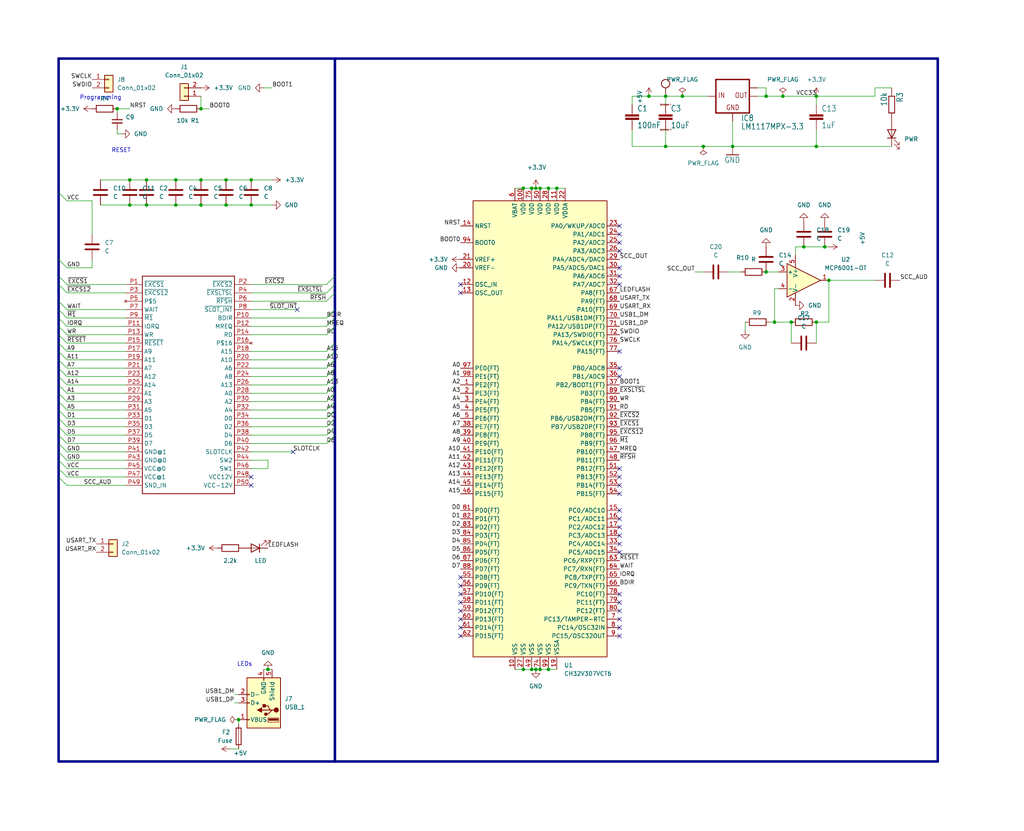
<source format=kicad_sch>
(kicad_sch (version 20250114) (generator "eeschema") (generator_version "9.0")
  (paper "User" 310.667 252.222)
  (text "RESET" (at 33.782 46.482 0) (effects (font (size 1.27 1.27)) (justify left bottom)))
  (text "Programming\n" (at 24.13 30.48 0) (effects (font (size 1.27 1.27)) (justify left bottom)))
  (text "LEDs\n" (at 71.882 202.438 0) (effects (font (size 1.27 1.27)) (justify left bottom)))
  (junction (at 158.75 203.2))
  (junction (at 168.91 57.15))
  (junction (at 166.37 203.2))
  (junction (at 232.41 29.21))
  (junction (at 213.36 44.45))
  (junction (at 163.83 57.15))
  (junction (at 163.83 203.2))
  (junction (at 72.39 218.44))
  (junction (at 207.01 29.21))
  (junction (at 237.49 29.21))
  (junction (at 44.45 54.61))
  (junction (at 35.56 33.02))
  (junction (at 158.75 57.15))
  (junction (at 240.03 97.79))
  (junction (at 76.2 54.61))
  (junction (at 222.25 44.45))
  (junction (at 250.19 74.93))
  (junction (at 60.96 62.23))
  (junction (at 60.96 54.61))
  (junction (at 53.34 62.23))
  (junction (at 81.28 203.2))
  (junction (at 247.65 97.79))
  (junction (at 60.96 33.02))
  (junction (at 39.37 54.61))
  (junction (at 247.65 29.21))
  (junction (at 44.45 62.23))
  (junction (at 247.65 44.45))
  (junction (at 201.93 44.45))
  (junction (at 232.41 82.55))
  (junction (at 39.37 62.23))
  (junction (at 161.29 203.2))
  (junction (at 234.95 97.79))
  (junction (at 162.56 57.15))
  (junction (at 243.84 74.93))
  (junction (at 68.58 62.23))
  (junction (at 76.2 62.23))
  (junction (at 161.29 57.15))
  (junction (at 201.93 29.21))
  (junction (at 53.34 54.61))
  (junction (at 166.37 57.15))
  (junction (at 251.46 85.09))
  (junction (at 68.58 54.61))
  (junction (at 196.85 29.21))
  (junction (at 162.56 203.2))
  (no_connect (at 187.96 165.1))
  (no_connect (at 139.7 182.88))
  (no_connect (at 187.96 185.42))
  (no_connect (at 187.96 144.78))
  (no_connect (at 187.96 142.24))
  (no_connect (at 139.7 177.8))
  (no_connect (at 187.96 157.48))
  (no_connect (at 187.96 81.28))
  (no_connect (at 139.7 86.36))
  (no_connect (at 187.96 149.86))
  (no_connect (at 76.2 147.32))
  (no_connect (at 187.96 190.5))
  (no_connect (at 139.7 185.42))
  (no_connect (at 88.9 137.16))
  (no_connect (at 187.96 83.82))
  (no_connect (at 139.7 187.96))
  (no_connect (at 187.96 71.12))
  (no_connect (at 187.96 187.96))
  (no_connect (at 187.96 160.02))
  (no_connect (at 187.96 180.34))
  (no_connect (at 187.96 162.56))
  (no_connect (at 187.96 76.2))
  (no_connect (at 187.96 111.76))
  (no_connect (at 139.7 193.04))
  (no_connect (at 187.96 68.58))
  (no_connect (at 187.96 147.32))
  (no_connect (at 187.96 182.88))
  (no_connect (at 187.96 106.68))
  (no_connect (at 90.17 93.98))
  (no_connect (at 187.96 193.04))
  (no_connect (at 187.96 154.94))
  (no_connect (at 187.96 73.66))
  (no_connect (at 187.96 114.3))
  (no_connect (at 139.7 175.26))
  (no_connect (at 139.7 180.34))
  (no_connect (at 139.7 190.5))
  (no_connect (at 76.2 144.78))
  (no_connect (at 187.96 167.64))
  (no_connect (at 187.96 86.36))
  (no_connect (at 139.7 88.9))
  (bus_entry (at 20.32 99.06) (size -2.54 -2.54))
  (bus_entry (at 99.06 101.6) (size 2.54 -2.54))
  (bus_entry (at 20.32 101.6) (size -2.54 -2.54))
  (bus_entry (at 20.32 60.96) (size -2.54 -2.54))
  (bus_entry (at 20.32 121.92) (size -2.54 -2.54))
  (bus_entry (at 20.32 114.3) (size -2.54 -2.54))
  (bus_entry (at 99.06 106.68) (size 2.54 -2.54))
  (bus_entry (at 20.32 104.14) (size -2.54 -2.54))
  (bus_entry (at 20.32 137.16) (size -2.54 -2.54))
  (bus_entry (at 20.32 142.24) (size -2.54 -2.54))
  (bus_entry (at 99.06 114.3) (size 2.54 -2.54))
  (bus_entry (at 17.78 144.78) (size 2.54 2.54))
  (bus_entry (at 20.32 144.78) (size -2.54 -2.54))
  (bus_entry (at 99.06 111.76) (size 2.54 -2.54))
  (bus_entry (at 20.32 81.28) (size -2.54 -2.54))
  (bus_entry (at 99.06 127) (size 2.54 -2.54))
  (bus_entry (at 99.06 132.08) (size 2.54 -2.54))
  (bus_entry (at 99.06 124.46) (size 2.54 -2.54))
  (bus_entry (at 99.06 99.06) (size 2.54 -2.54))
  (bus_entry (at 99.06 109.22) (size 2.54 -2.54))
  (bus_entry (at 20.32 132.08) (size -2.54 -2.54))
  (bus_entry (at 17.78 91.44) (size 2.54 2.54))
  (bus_entry (at 20.32 134.62) (size -2.54 -2.54))
  (bus_entry (at 20.32 116.84) (size -2.54 -2.54))
  (bus_entry (at 17.78 86.36) (size 2.54 2.54))
  (bus_entry (at 17.78 83.82) (size 2.54 2.54))
  (bus_entry (at 99.06 134.62) (size 2.54 -2.54))
  (bus_entry (at 20.32 111.76) (size -2.54 -2.54))
  (bus_entry (at 20.32 96.52) (size -2.54 -2.54))
  (bus_entry (at 20.32 119.38) (size -2.54 -2.54))
  (bus_entry (at 99.06 88.9) (size 2.54 -2.54))
  (bus_entry (at 20.32 127) (size -2.54 -2.54))
  (bus_entry (at 99.06 129.54) (size 2.54 -2.54))
  (bus_entry (at 99.06 121.92) (size 2.54 -2.54))
  (bus_entry (at 99.06 91.44) (size 2.54 -2.54))
  (bus_entry (at 20.32 124.46) (size -2.54 -2.54))
  (bus_entry (at 20.32 109.22) (size -2.54 -2.54))
  (bus_entry (at 20.32 129.54) (size -2.54 -2.54))
  (bus_entry (at 99.06 86.36) (size 2.54 -2.54))
  (bus_entry (at 20.32 106.68) (size -2.54 -2.54))
  (bus_entry (at 99.06 96.52) (size 2.54 -2.54))
  (bus_entry (at 99.06 119.38) (size 2.54 -2.54))
  (bus_entry (at 99.06 116.84) (size 2.54 -2.54))
  (bus_entry (at 20.32 139.7) (size -2.54 -2.54))
  (bus (pts (xy 17.78 129.54) (xy 17.78 127)) (stroke (width 0.762)))
  (bus (pts (xy 101.6 231.14) (xy 17.78 231.14)) (stroke (width 0.762)))
  (wire (pts (xy 38.1 142.24) (xy 20.32 142.24)) (stroke (width 0.1524)))
  (wire (pts (xy 72.39 227.33) (xy 69.85 227.33)))
  (wire (pts (xy 163.83 203.2) (xy 166.37 203.2)))
  (wire (pts (xy 210.82 82.55) (xy 213.36 82.55)))
  (wire (pts (xy 196.85 29.21) (xy 201.93 29.21)) (stroke (width 0.1524)))
  (bus (pts (xy 17.78 86.36) (xy 17.78 91.44)) (stroke (width 0.762)))
  (bus (pts (xy 101.6 109.22) (xy 101.6 106.68)) (stroke (width 0.762)))
  (bus (pts (xy 101.6 124.46) (xy 101.6 121.92)) (stroke (width 0.762)))
  (wire (pts (xy 81.28 139.7) (xy 81.28 142.24)) (stroke (width 0.1524)))
  (wire (pts (xy 38.1 129.54) (xy 20.32 129.54)) (stroke (width 0.1524)))
  (wire (pts (xy 76.2 116.84) (xy 99.06 116.84)) (stroke (width 0.1524)))
  (wire (pts (xy 76.2 121.92) (xy 99.06 121.92)) (stroke (width 0.1524)))
  (wire (pts (xy 76.2 139.7) (xy 81.28 139.7)) (stroke (width 0.1524)))
  (wire (pts (xy 76.2 91.44) (xy 99.06 91.44)) (stroke (width 0.1524)))
  (wire (pts (xy 76.2 86.36) (xy 99.06 86.36)) (stroke (width 0.1524)))
  (bus (pts (xy 17.78 106.68) (xy 17.78 104.14)) (stroke (width 0.762)))
  (wire (pts (xy 38.1 127) (xy 20.32 127)) (stroke (width 0.1524)))
  (bus (pts (xy 17.78 139.7) (xy 17.78 137.16)) (stroke (width 0.762)))
  (wire (pts (xy 158.75 203.2) (xy 161.29 203.2)))
  (wire (pts (xy 201.93 44.45) (xy 191.77 44.45)) (stroke (width 0.1524)))
  (bus (pts (xy 101.6 17.78) (xy 101.6 83.82)) (stroke (width 0.762)))
  (wire (pts (xy 27.94 71.12) (xy 27.94 60.96)) (stroke (width 0.1524)))
  (wire (pts (xy 76.2 124.46) (xy 99.06 124.46)) (stroke (width 0.1524)))
  (wire (pts (xy 265.43 26.67) (xy 270.51 26.67)) (stroke (width 0.1524)))
  (wire (pts (xy 214.63 29.21) (xy 207.01 29.21)) (stroke (width 0.1524)))
  (wire (pts (xy 241.3 74.93) (xy 243.84 74.93)))
  (wire (pts (xy 76.2 134.62) (xy 99.06 134.62)) (stroke (width 0.1524)))
  (wire (pts (xy 168.91 57.15) (xy 171.45 57.15)))
  (wire (pts (xy 243.84 74.93) (xy 250.19 74.93)))
  (wire (pts (xy 20.32 147.32) (xy 38.1 147.32)) (stroke (width 0.1524)))
  (bus (pts (xy 101.6 129.54) (xy 101.6 127)) (stroke (width 0.762)))
  (wire (pts (xy 222.25 44.45) (xy 213.36 44.45)) (stroke (width 0.1524)))
  (wire (pts (xy 38.1 111.76) (xy 20.32 111.76)) (stroke (width 0.1524)))
  (wire (pts (xy 38.1 114.3) (xy 20.32 114.3)) (stroke (width 0.1524)))
  (bus (pts (xy 17.78 96.52) (xy 17.78 93.98)) (stroke (width 0.762)))
  (bus (pts (xy 101.6 104.14) (xy 101.6 99.06)) (stroke (width 0.762)))
  (wire (pts (xy 222.25 44.45) (xy 222.25 36.83)) (stroke (width 0.1524)))
  (wire (pts (xy 234.95 87.63) (xy 236.22 87.63)))
  (bus (pts (xy 17.78 83.82) (xy 17.78 86.36)) (stroke (width 0.762)))
  (wire (pts (xy 68.58 62.23) (xy 76.2 62.23)))
  (wire (pts (xy 156.21 203.2) (xy 158.75 203.2)))
  (wire (pts (xy 162.56 57.15) (xy 163.83 57.15)))
  (bus (pts (xy 101.6 132.08) (xy 101.6 129.54)) (stroke (width 0.762)))
  (wire (pts (xy 38.1 101.6) (xy 20.32 101.6)) (stroke (width 0.1524)))
  (bus (pts (xy 101.6 17.78) (xy 284.48 17.78)) (stroke (width 0.762)))
  (wire (pts (xy 38.1 137.16) (xy 20.32 137.16)) (stroke (width 0.1524)))
  (bus (pts (xy 101.6 127) (xy 101.6 124.46)) (stroke (width 0.762)))
  (wire (pts (xy 76.2 99.06) (xy 99.06 99.06)) (stroke (width 0.1524)))
  (wire (pts (xy 20.32 88.9) (xy 38.1 88.9)) (stroke (width 0.1524)))
  (wire (pts (xy 191.77 31.75) (xy 191.77 29.21)) (stroke (width 0.1524)))
  (wire (pts (xy 76.2 119.38) (xy 99.06 119.38)) (stroke (width 0.1524)))
  (wire (pts (xy 247.65 31.75) (xy 247.65 29.21)) (stroke (width 0.1524)))
  (wire (pts (xy 76.2 132.08) (xy 99.06 132.08)) (stroke (width 0.1524)))
  (wire (pts (xy 76.2 109.22) (xy 99.06 109.22)) (stroke (width 0.1524)))
  (wire (pts (xy 161.29 57.15) (xy 162.56 57.15)))
  (bus (pts (xy 17.78 114.3) (xy 17.78 111.76)) (stroke (width 0.762)))
  (wire (pts (xy 207.01 29.21) (xy 201.93 29.21)) (stroke (width 0.1524)))
  (wire (pts (xy 162.56 203.2) (xy 163.83 203.2)))
  (wire (pts (xy 38.1 139.7) (xy 20.32 139.7)) (stroke (width 0.1524)))
  (bus (pts (xy 17.78 104.14) (xy 17.78 101.6)) (stroke (width 0.762)))
  (wire (pts (xy 76.2 101.6) (xy 99.06 101.6)) (stroke (width 0.1524)))
  (wire (pts (xy 232.41 26.67) (xy 232.41 29.21)) (stroke (width 0.1524)))
  (wire (pts (xy 213.36 44.45) (xy 201.93 44.45)) (stroke (width 0.1524)))
  (wire (pts (xy 60.96 54.61) (xy 68.58 54.61)))
  (wire (pts (xy 76.2 93.98) (xy 90.17 93.98)) (stroke (width 0.1524)))
  (bus (pts (xy 17.78 116.84) (xy 17.78 114.3)) (stroke (width 0.762)))
  (wire (pts (xy 191.77 29.21) (xy 196.85 29.21)) (stroke (width 0.1524)))
  (wire (pts (xy 161.29 203.2) (xy 162.56 203.2)))
  (wire (pts (xy 68.58 54.61) (xy 76.2 54.61)))
  (wire (pts (xy 247.65 29.21) (xy 265.43 29.21)) (stroke (width 0.1524)))
  (wire (pts (xy 251.46 85.09) (xy 251.46 97.79)))
  (wire (pts (xy 237.49 29.21) (xy 247.65 29.21)) (stroke (width 0.1524)))
  (wire (pts (xy 38.1 109.22) (xy 20.32 109.22)) (stroke (width 0.1524)))
  (bus (pts (xy 17.78 101.6) (xy 17.78 99.06)) (stroke (width 0.762)))
  (wire (pts (xy 38.1 106.68) (xy 20.32 106.68)) (stroke (width 0.1524)))
  (wire (pts (xy 72.39 219.71) (xy 72.39 218.44)))
  (bus (pts (xy 17.78 142.24) (xy 17.78 144.78)) (stroke (width 0.762)))
  (wire (pts (xy 71.12 213.36) (xy 72.39 213.36)))
  (wire (pts (xy 166.37 203.2) (xy 168.91 203.2)))
  (bus (pts (xy 101.6 88.9) (xy 101.6 86.36)) (stroke (width 0.762)))
  (bus (pts (xy 101.6 114.3) (xy 101.6 111.76)) (stroke (width 0.762)))
  (wire (pts (xy 38.1 134.62) (xy 20.32 134.62)) (stroke (width 0.1524)))
  (wire (pts (xy 38.1 121.92) (xy 20.32 121.92)) (stroke (width 0.1524)))
  (wire (pts (xy 27.94 78.74) (xy 27.94 81.28)) (stroke (width 0.1524)))
  (wire (pts (xy 38.1 132.08) (xy 20.32 132.08)) (stroke (width 0.1524)))
  (wire (pts (xy 76.2 54.61) (xy 82.55 54.61)))
  (wire (pts (xy 76.2 111.76) (xy 99.06 111.76)) (stroke (width 0.1524)))
  (wire (pts (xy 76.2 137.16) (xy 88.9 137.16)))
  (bus (pts (xy 101.6 99.06) (xy 101.6 96.52)) (stroke (width 0.762)))
  (bus (pts (xy 17.78 134.62) (xy 17.78 132.08)) (stroke (width 0.762)))
  (wire (pts (xy 80.01 26.67) (xy 82.55 26.67)))
  (bus (pts (xy 17.78 121.92) (xy 17.78 119.38)) (stroke (width 0.762)))
  (bus (pts (xy 101.6 111.76) (xy 101.6 109.22)) (stroke (width 0.762)))
  (wire (pts (xy 20.32 93.98) (xy 38.1 93.98)) (stroke (width 0.1524)))
  (bus (pts (xy 101.6 116.84) (xy 101.6 114.3)) (stroke (width 0.762)))
  (wire (pts (xy 38.1 124.46) (xy 20.32 124.46)) (stroke (width 0.1524)))
  (wire (pts (xy 76.2 96.52) (xy 99.06 96.52)) (stroke (width 0.1524)))
  (wire (pts (xy 60.96 33.02) (xy 63.5 33.02)))
  (bus (pts (xy 17.78 78.74) (xy 17.78 58.42)) (stroke (width 0.762)))
  (bus (pts (xy 284.48 17.78) (xy 284.48 231.14)) (stroke (width 0.762)))
  (bus (pts (xy 101.6 119.38) (xy 101.6 116.84)) (stroke (width 0.762)))
  (wire (pts (xy 240.03 97.79) (xy 240.03 104.14)))
  (wire (pts (xy 76.2 114.3) (xy 99.06 114.3)) (stroke (width 0.1524)))
  (wire (pts (xy 241.3 74.93) (xy 241.3 77.47)))
  (bus (pts (xy 101.6 106.68) (xy 101.6 104.14)) (stroke (width 0.762)))
  (bus (pts (xy 17.78 58.42) (xy 17.78 17.78)) (stroke (width 0.762)))
  (wire (pts (xy 226.06 100.33) (xy 226.06 97.79)))
  (wire (pts (xy 44.45 54.61) (xy 53.34 54.61)))
  (wire (pts (xy 201.93 39.37) (xy 201.93 44.45)) (stroke (width 0.1524)))
  (wire (pts (xy 250.19 74.93) (xy 251.46 74.93)))
  (wire (pts (xy 201.93 29.21) (xy 201.93 31.75)) (stroke (width 0.1524)))
  (bus (pts (xy 17.78 137.16) (xy 17.78 134.62)) (stroke (width 0.762)))
  (wire (pts (xy 60.96 62.23) (xy 68.58 62.23)))
  (wire (pts (xy 35.56 39.37) (xy 35.56 40.64)))
  (wire (pts (xy 247.65 97.79) (xy 247.65 104.14)))
  (bus (pts (xy 101.6 231.14) (xy 284.48 231.14)) (stroke (width 0.762)))
  (wire (pts (xy 53.34 54.61) (xy 60.96 54.61)))
  (wire (pts (xy 222.25 44.45) (xy 247.65 44.45)) (stroke (width 0.1524)))
  (wire (pts (xy 265.43 29.21) (xy 265.43 26.67)) (stroke (width 0.1524)))
  (wire (pts (xy 76.2 127) (xy 99.06 127)) (stroke (width 0.1524)))
  (bus (pts (xy 17.78 17.78) (xy 101.6 17.78)) (stroke (width 0.762)))
  (wire (pts (xy 247.65 39.37) (xy 247.65 44.45)) (stroke (width 0.1524)))
  (wire (pts (xy 35.56 33.02) (xy 35.56 34.29)))
  (bus (pts (xy 17.78 127) (xy 17.78 124.46)) (stroke (width 0.762)))
  (wire (pts (xy 30.48 62.23) (xy 39.37 62.23)))
  (wire (pts (xy 81.28 142.24) (xy 76.2 142.24)) (stroke (width 0.1524)))
  (bus (pts (xy 17.78 78.74) (xy 17.78 83.82)) (stroke (width 0.762)))
  (wire (pts (xy 166.37 57.15) (xy 168.91 57.15)))
  (wire (pts (xy 81.28 203.2) (xy 80.01 203.2)))
  (bus (pts (xy 17.78 96.52) (xy 17.78 99.06)) (stroke (width 0.762)))
  (wire (pts (xy 38.1 116.84) (xy 20.32 116.84)) (stroke (width 0.1524)))
  (wire (pts (xy 38.1 99.06) (xy 20.32 99.06)) (stroke (width 0.1524)))
  (wire (pts (xy 158.75 57.15) (xy 161.29 57.15)))
  (bus (pts (xy 17.78 91.44) (xy 17.78 93.98)) (stroke (width 0.762)))
  (wire (pts (xy 251.46 85.09) (xy 265.43 85.09)))
  (wire (pts (xy 220.98 82.55) (xy 224.79 82.55)))
  (wire (pts (xy 251.46 97.79) (xy 247.65 97.79)))
  (wire (pts (xy 234.95 97.79) (xy 240.03 97.79)))
  (wire (pts (xy 76.2 129.54) (xy 99.06 129.54)) (stroke (width 0.1524)))
  (wire (pts (xy 76.2 62.23) (xy 82.55 62.23)))
  (wire (pts (xy 36.83 40.64) (xy 35.56 40.64)))
  (wire (pts (xy 191.77 44.45) (xy 191.77 39.37)) (stroke (width 0.1524)))
  (wire (pts (xy 163.83 57.15) (xy 166.37 57.15)))
  (wire (pts (xy 60.96 29.21) (xy 60.96 33.02)))
  (wire (pts (xy 156.21 57.15) (xy 158.75 57.15)))
  (bus (pts (xy 17.78 144.78) (xy 17.78 231.14)) (stroke (width 0.762)))
  (wire (pts (xy 247.65 44.45) (xy 270.51 44.45)) (stroke (width 0.1524)))
  (wire (pts (xy 44.45 62.23) (xy 53.34 62.23)))
  (wire (pts (xy 30.48 54.61) (xy 39.37 54.61)))
  (wire (pts (xy 20.32 86.36) (xy 38.1 86.36)))
  (bus (pts (xy 101.6 88.9) (xy 101.6 93.98)) (stroke (width 0.762)))
  (wire (pts (xy 35.56 33.02) (xy 39.37 33.02)))
  (wire (pts (xy 27.94 81.28) (xy 20.32 81.28)) (stroke (width 0.1524)))
  (bus (pts (xy 101.6 83.82) (xy 101.6 86.36)) (stroke (width 0.762)))
  (wire (pts (xy 71.12 210.82) (xy 72.39 210.82)))
  (wire (pts (xy 38.1 144.78) (xy 20.32 144.78)) (stroke (width 0.1524)))
  (wire (pts (xy 229.87 26.67) (xy 232.41 26.67)) (stroke (width 0.1524)))
  (wire (pts (xy 39.37 62.23) (xy 44.45 62.23)))
  (wire (pts (xy 38.1 96.52) (xy 20.32 96.52)) (stroke (width 0.1524)))
  (bus (pts (xy 17.78 132.08) (xy 17.78 129.54)) (stroke (width 0.762)))
  (wire (pts (xy 27.94 60.96) (xy 20.32 60.96)) (stroke (width 0.1524)))
  (wire (pts (xy 39.37 54.61) (xy 44.45 54.61)))
  (bus (pts (xy 101.6 132.08) (xy 101.6 231.14)) (stroke (width 0.762)))
  (wire (pts (xy 53.34 62.23) (xy 60.96 62.23)))
  (wire (pts (xy 234.95 97.79) (xy 234.95 87.63)))
  (wire (pts (xy 233.68 97.79) (xy 234.95 97.79)))
  (wire (pts (xy 232.41 82.55) (xy 236.22 82.55)))
  (bus (pts (xy 17.78 109.22) (xy 17.78 106.68)) (stroke (width 0.762)))
  (wire (pts (xy 76.2 88.9) (xy 99.06 88.9)) (stroke (width 0.1524)))
  (wire (pts (xy 76.2 106.68) (xy 99.06 106.68)) (stroke (width 0.1524)))
  (bus (pts (xy 101.6 96.52) (xy 101.6 93.98)) (stroke (width 0.762)))
  (wire (pts (xy 38.1 104.14) (xy 20.32 104.14)) (stroke (width 0.1524)))
  (wire (pts (xy 232.41 29.21) (xy 237.49 29.21)) (stroke (width 0.1524)))
  (wire (pts (xy 229.87 29.21) (xy 232.41 29.21)) (stroke (width 0.1524)))
  (wire (pts (xy 82.55 203.2) (xy 81.28 203.2)))
  (wire (pts (xy 38.1 119.38) (xy 20.32 119.38)) (stroke (width 0.1524)))
  (bus (pts (xy 17.78 124.46) (xy 17.78 121.92)) (stroke (width 0.762)))
  (bus (pts (xy 101.6 121.92) (xy 101.6 119.38)) (stroke (width 0.762)))
  (bus (pts (xy 17.78 119.38) (xy 17.78 116.84)) (stroke (width 0.762)))
  (bus (pts (xy 17.78 111.76) (xy 17.78 109.22)) (stroke (width 0.762)))
  (bus (pts (xy 17.78 142.24) (xy 17.78 139.7)) (stroke (width 0.762)))
  (label "A11" (at 139.7 139.7 180))
  (label "IORQ" (at 187.96 175.26 0) (effects (font (size 1.2446 1.2446))))
  (label "D7" (at 139.7 172.72 180))
  (label "IORQ" (at 20.32 99.06 0) (effects (font (size 1.2446 1.2446))))
  (label "A1" (at 20.32 119.38 0) (effects (font (size 1.2446 1.2446))))
  (label "A8" (at 139.7 132.08 180))
  (label "~{EXCS12}" (at 187.96 132.08 0) (effects (font (size 1.2446 1.2446))))
  (label "D4" (at 99.06 132.08 0) (effects (font (size 1.2446 1.2446))))
  (label "BOOT0" (at 63.5 33.02 0))
  (label "MREQ" (at 99.06 99.06 0) (effects (font (size 1.2446 1.2446))))
  (label "D5" (at 139.7 167.64 180))
  (label "A3" (at 139.7 119.38 180))
  (label "NRST" (at 139.7 68.58 180))
  (label "GND" (at 20.32 137.16 0) (effects (font (size 1.2446 1.2446))))
  (label "WR" (at 20.32 101.6 0) (effects (font (size 1.2446 1.2446))))
  (label "~{SLOT_INT}" (at 90.17 93.98 180) (effects (font (size 1.2446 1.2446))))
  (label "A3" (at 20.32 121.92 0) (effects (font (size 1.2446 1.2446))))
  (label "A7" (at 20.32 111.76 0) (effects (font (size 1.2446 1.2446))))
  (label "GND" (at 20.32 81.28 0) (effects (font (size 1.2446 1.2446))))
  (label "A8" (at 99.06 114.3 0) (effects (font (size 1.2446 1.2446))))
  (label "BDIR" (at 99.06 96.52 0) (effects (font (size 1.2446 1.2446))))
  (label "VCC" (at 20.32 142.24 0) (effects (font (size 1.2446 1.2446))))
  (label "USB1_DM" (at 187.96 96.52 0))
  (label "USART_RX" (at 187.96 93.98 0))
  (label "D4" (at 139.7 165.1 180))
  (label "VCC33" (at 247.65 29.21 180) (effects (font (size 1.2446 1.2446))))
  (label "A15" (at 99.06 106.68 0) (effects (font (size 1.2446 1.2446))))
  (label "A6" (at 139.7 127 180))
  (label "A12" (at 139.7 142.24 180))
  (label "A13" (at 99.06 116.84 0) (effects (font (size 1.2446 1.2446))))
  (label "A5" (at 139.7 124.46 180))
  (label "USB1_DP" (at 71.12 213.36 180))
  (label "USART_TX" (at 29.21 165.1 180))
  (label "MREQ" (at 187.96 137.16 0) (effects (font (size 1.2446 1.2446))))
  (label "D2" (at 99.06 129.54 0) (effects (font (size 1.2446 1.2446))))
  (label "~{EXCS2}" (at 86.36 86.36 180) (effects (font (size 1.2446 1.2446))))
  (label "SWCLK" (at 27.94 24.13 180))
  (label "~{M1}" (at 187.96 134.62 0) (effects (font (size 1.2446 1.2446))))
  (label "D1" (at 20.32 127 0) (effects (font (size 1.2446 1.2446))))
  (label "SLOTCLK" (at 88.9 137.16 0))
  (label "USB1_DM" (at 71.12 210.82 180))
  (label "BOOT1" (at 82.55 26.67 0))
  (label "VCC" (at 20.32 60.96 0) (effects (font (size 1.2446 1.2446))))
  (label "~{RESET}" (at 20.32 104.14 0) (effects (font (size 1.2446 1.2446))))
  (label "D3" (at 139.7 162.56 180))
  (label "WAIT" (at 187.96 172.72 0) (effects (font (size 1.2446 1.2446))))
  (label "D1" (at 139.7 157.48 180))
  (label "D5" (at 20.32 132.08 0) (effects (font (size 1.2446 1.2446))))
  (label "A15" (at 139.7 149.86 180) (effects (font (size 1.2446 1.2446))))
  (label "SWDIO" (at 27.94 26.67 180))
  (label "A9" (at 139.7 134.62 180))
  (label "SCC_OUT" (at 210.82 82.55 180))
  (label "LEDFLASH" (at 187.96 88.9 0))
  (label "NRST" (at 39.37 33.02 0))
  (label "A4" (at 99.06 124.46 0) (effects (font (size 1.2446 1.2446))))
  (label "A10" (at 99.06 109.22 0) (effects (font (size 1.2446 1.2446))))
  (label "D0" (at 99.06 127 0) (effects (font (size 1.2446 1.2446))))
  (label "~{EXSLTSL}" (at 187.96 119.38 0) (effects (font (size 1.2446 1.2446))))
  (label "~{RFSH}" (at 93.98 91.44 0) (effects (font (size 1.2446 1.2446))))
  (label "D0" (at 139.7 154.94 180))
  (label "RD" (at 187.96 124.46 0) (effects (font (size 1.2446 1.2446))))
  (label "~{EXSLTSL}" (at 90.17 88.9 0) (effects (font (size 1.2446 1.2446))))
  (label "BOOT1" (at 187.96 116.84 0))
  (label "A0" (at 99.06 119.38 0) (effects (font (size 1.2446 1.2446))))
  (label "D3" (at 20.32 129.54 0) (effects (font (size 1.2446 1.2446))))
  (label "A2" (at 99.06 121.92 0) (effects (font (size 1.2446 1.2446))))
  (label "~{EXCS1}" (at 26.67 86.36 180) (effects (font (size 1.2446 1.2446))))
  (label "LEDFLASH" (at 81.28 166.37 0))
  (label "A12" (at 20.32 114.3 0) (effects (font (size 1.2446 1.2446))))
  (label "A0" (at 139.7 111.76 180))
  (label "A2" (at 139.7 116.84 180))
  (label "BOOT0" (at 139.7 73.66 180))
  (label "A5" (at 20.32 124.46 0) (effects (font (size 1.2446 1.2446))))
  (label "A14" (at 139.7 147.32 180))
  (label "WAIT" (at 20.32 93.98 0) (effects (font (size 1.2446 1.2446))))
  (label "D2" (at 139.7 160.02 180))
  (label "USB1_DP" (at 187.96 99.06 0))
  (label "SCC_OUT" (at 187.96 78.74 0))
  (label "A6" (at 99.06 111.76 0) (effects (font (size 1.2446 1.2446))))
  (label "~{EXCS12}" (at 20.32 88.9 0) (effects (font (size 1.2446 1.2446))))
  (label "BDIR" (at 187.96 177.8 0) (effects (font (size 1.2446 1.2446))))
  (label "VCC" (at 20.32 144.78 0) (effects (font (size 1.2446 1.2446))))
  (label "A4" (at 139.7 121.92 180))
  (label "GND" (at 20.32 139.7 0) (effects (font (size 1.2446 1.2446))))
  (label "A11" (at 20.32 109.22 0) (effects (font (size 1.2446 1.2446))))
  (label "A1" (at 139.7 114.3 180))
  (label "USART_RX" (at 29.21 167.64 180))
  (label "USART_TX" (at 187.96 91.44 0))
  (label "SCC_AUD" (at 25.4 147.32 0) (effects (font (size 1.2446 1.2446))))
  (label "SWDIO" (at 187.96 101.6 0))
  (label "SCC_AUD" (at 273.05 85.09 0) (effects (font (size 1.2446 1.2446))))
  (label "A9" (at 20.32 106.68 0) (effects (font (size 1.2446 1.2446))))
  (label "SWCLK" (at 187.96 104.14 0))
  (label "RD" (at 99.06 101.6 0) (effects (font (size 1.2446 1.2446))))
  (label "A10" (at 139.7 137.16 180))
  (label "A14" (at 20.32 116.84 0) (effects (font (size 1.2446 1.2446))))
  (label "~{RESET}" (at 187.96 170.18 0) (effects (font (size 1.2446 1.2446))))
  (label "~{EXCS1}" (at 187.96 129.54 0) (effects (font (size 1.2446 1.2446))))
  (label "D6" (at 139.7 170.18 180))
  (label "~{EXCS2}" (at 187.96 127 0) (effects (font (size 1.2446 1.2446))))
  (label "A13" (at 139.7 144.78 180))
  (label "D6" (at 99.06 134.62 0) (effects (font (size 1.2446 1.2446))))
  (label "D7" (at 20.32 134.62 0) (effects (font (size 1.2446 1.2446))))
  (label "WR" (at 187.96 121.92 0) (effects (font (size 1.2446 1.2446))))
  (label "~{M1}" (at 20.32 96.52 0) (effects (font (size 1.2446 1.2446))))
  (label "A7" (at 139.7 129.54 180))
  (label "~{RFSH}" (at 187.96 139.7 0) (effects (font (size 1.2446 1.2446))))
  (symbol (lib_id "tfcart-eagle-import:C-EUC1206") (at 191.77 34.29 0) (unit 1)
    (property "Reference" "C1" (at 193.294 33.909 0) (effects (font (size 1.778 1.5113)) (justify left bottom)))
    (property "Value" "100nF" (at 193.294 38.989 0) (effects (font (size 1.778 1.5113)) (justify left bottom)))
    (property "Footprint" "tfcart:C1206" (effects (hide yes)))
  )
  (symbol (lib_id "Device:R") (at 69.85 166.37 270) (unit 1)
    (property "Reference" "R5" (effects (hide yes)))
    (property "Value" "2.2k" (at 69.85 170.18 90))
    (property "Footprint" "Resistor_SMD:R_0603_1608Metric_Pad0.98x0.95mm_HandSolder" (effects (hide yes)))
  )
  (symbol (lib_id "Device:C") (at 27.94 74.93 0) (unit 1)
    (property "Reference" "C7" (at 31.75 73.6599 0) (effects (justify left)))
    (property "Value" "C" (at 31.75 76.1999 0) (effects (justify left)))
    (property "Footprint" "Capacitor_SMD:C_1206_3216Metric_Pad1.33x1.80mm_HandSolder" (effects (hide yes)))
    (property "Description" "Unpolarized capacitor" (effects (hide yes)))
  )
  (symbol (lib_name "GND_4") (lib_id "power:GND") (at 241.3 92.71 90) (unit 1)
    (property "Reference" "#PWR022" (effects (hide yes)))
    (property "Value" "GND" (at 245.11 92.7099 90) (effects (justify right)))
    (property "Description" "Power symbol creates a global label with name \"GND\" , ground" (effects (hide yes)))
  )
  (symbol (lib_id "Connector_Generic:Conn_01x02") (at 55.88 29.21 180) (unit 1)
    (property "Reference" "J1" (at 55.88 20.32 0))
    (property "Value" "Conn_01x02" (at 55.88 22.86 0))
    (property "Footprint" "Connector_PinHeader_2.54mm:PinHeader_1x02_P2.54mm_Vertical" (effects (hide yes)))
    (property "Description" "Generic connector, single row, 01x02, script generated (kicad-library-utils/schlib/autogen/connector/)" (effects (hide yes)))
  )
  (symbol (lib_id "Device:R") (at 31.75 33.02 90) (unit 1)
    (property "Reference" "R4" (at 31.75 29.972 90))
    (property "Value" "R" (effects (hide yes)))
    (property "Footprint" "Resistor_SMD:R_0603_1608Metric_Pad0.98x0.95mm_HandSolder" (effects (hide yes)))
  )
  (symbol (lib_id "Device:R") (at 228.6 82.55 90) (unit 1)
    (property "Reference" "R10" (at 225.298 78.232 90))
    (property "Value" "R" (at 228.6 78.74 90))
    (property "Footprint" "Resistor_SMD:R_0603_1608Metric_Pad0.98x0.95mm_HandSolder" (effects (hide yes)))
    (property "Description" "Resistor" (effects (hide yes)))
  )
  (symbol (lib_name "GND_4") (lib_id "power:GND") (at 250.19 67.31 180) (unit 1)
    (property "Reference" "#PWR027" (effects (hide yes)))
    (property "Value" "GND" (at 250.19 62.23 0))
    (property "Description" "Power symbol creates a global label with name \"GND\" , ground" (effects (hide yes)))
  )
  (symbol (lib_id "power:+3.3V") (at 66.04 166.37 90) (unit 1)
    (property "Reference" "#PWR013" (effects (hide yes)))
    (property "Value" "+3.3V" (at 62.23 166.37 90) (effects (justify left)))
  )
  (symbol (lib_id "Device:C") (at 269.24 85.09 90) (unit 1)
    (property "Reference" "C12" (at 269.24 77.47 90))
    (property "Value" "C" (at 269.24 80.01 90))
    (property "Footprint" "Capacitor_SMD:C_0603_1608Metric_Pad1.08x0.95mm_HandSolder" (effects (hide yes)))
    (property "Description" "Unpolarized capacitor" (effects (hide yes)))
  )
  (symbol (lib_id "power:GND") (at 36.83 40.64 90) (unit 1)
    (property "Reference" "#PWR010" (effects (hide yes)))
    (property "Value" "GND" (at 40.64 40.64 90) (effects (justify right)))
  )
  (symbol (lib_name "GND_3") (lib_id "power:GND") (at 53.34 33.02 270) (unit 1)
    (property "Reference" "#PWR01" (effects (hide yes)))
    (property "Value" "GND" (at 49.53 33.0199 90) (effects (justify right)))
    (property "Description" "Power symbol creates a global label with name \"GND\" , ground" (effects (hide yes)))
  )
  (symbol (lib_id "tfcart-eagle-import:VCC") (at 201.93 26.67 0) (unit 1)
    (property "Reference" "#SUPPLY02" (effects (hide yes)))
    (property "Value" "VCC" (effects (hide yes)))
  )
  (symbol (lib_id "Device:C") (at 60.96 58.42 0) (unit 1)
    (property "Reference" "C5" (at 64.77 57.15 0) (effects (justify left)))
    (property "Value" "C" (at 64.77 59.69 0) (effects (justify left)))
    (property "Footprint" "Capacitor_SMD:C_0603_1608Metric_Pad1.08x0.95mm_HandSolder" (effects (hide yes)))
  )
  (symbol (lib_id "tfcart-eagle-import:C-EUC1206") (at 247.65 34.29 0) (unit 1)
    (property "Reference" "C13" (at 249.174 33.909 0) (effects (font (size 1.778 1.5113)) (justify left bottom)))
    (property "Value" "1uF" (at 249.174 38.989 0) (effects (font (size 1.778 1.5113)) (justify left bottom)))
    (property "Footprint" "tfcart:C1206" (effects (hide yes)))
  )
  (symbol (lib_id "Device:C") (at 243.84 104.14 90) (unit 1)
    (property "Reference" "C17" (at 243.84 96.52 90))
    (property "Value" "C" (at 243.84 99.06 90))
    (property "Footprint" "Capacitor_SMD:C_0603_1608Metric_Pad1.08x0.95mm_HandSolder" (effects (hide yes)))
    (property "Description" "Unpolarized capacitor" (effects (hide yes)))
  )
  (symbol (lib_id "Device:C") (at 232.41 78.74 180) (unit 1)
    (property "Reference" "C14" (at 236.22 77.4699 0) (effects (justify right)))
    (property "Value" "C" (at 236.22 80.0099 0) (effects (justify right)))
    (property "Footprint" "Capacitor_SMD:C_0603_1608Metric_Pad1.08x0.95mm_HandSolder" (effects (hide yes)))
    (property "Description" "Unpolarized capacitor" (effects (hide yes)))
  )
  (symbol (lib_name "GND_4") (lib_id "power:GND") (at 232.41 74.93 180) (unit 1)
    (property "Reference" "#PWR025" (effects (hide yes)))
    (property "Value" "GND" (at 232.41 69.85 0))
    (property "Description" "Power symbol creates a global label with name \"GND\" , ground" (effects (hide yes)))
  )
  (symbol (lib_name "+3.3V_1") (lib_id "power:+3.3V") (at 60.96 26.67 270) (unit 1)
    (property "Reference" "#PWR02" (effects (hide yes)))
    (property "Value" "+3.3V" (at 64.77 26.6699 90) (effects (justify left)))
    (property "Description" "Power symbol creates a global label with name \"+3.3V\"" (effects (hide yes)))
  )
  (symbol (lib_id "power:+3.3V") (at 27.94 33.02 90) (unit 1)
    (property "Reference" "#PWR07" (effects (hide yes)))
    (property "Value" "+3.3V" (at 24.13 33.02 90) (effects (justify left)))
  )
  (symbol (lib_id "power:+3.3V") (at 82.55 54.61 270) (unit 1)
    (property "Reference" "#PWR03" (effects (hide yes)))
    (property "Value" "+3.3V" (at 86.36 54.61 90) (effects (justify left)))
  )
  (symbol (lib_id "Device:C") (at 53.34 58.42 0) (unit 1)
    (property "Reference" "C4" (at 57.15 57.15 0) (effects (justify left)))
    (property "Value" "C" (at 57.15 59.69 0) (effects (justify left)))
    (property "Footprint" "Capacitor_SMD:C_0603_1608Metric_Pad1.08x0.95mm_HandSolder" (effects (hide yes)))
  )
  (symbol (lib_id "tfcart-eagle-import:R-EU_R0603") (at 270.51 31.75 270) (unit 1)
    (property "Reference" "R3" (at 272.0086 27.94 0) (effects (font (size 1.778 1.5113)) (justify left bottom)))
    (property "Value" "10k" (at 267.208 27.94 0) (effects (font (size 1.778 1.5113)) (justify left bottom)))
    (property "Footprint" "tfcart:R0603" (effects (hide yes)))
  )
  (symbol (lib_id "power:+5V") (at 69.85 227.33 90) (unit 1)
    (property "Reference" "#PWR09" (effects (hide yes)))
    (property "Value" "+5V" (at 74.93 228.6 90) (effects (justify left)))
  )
  (symbol (lib_id "power:GND") (at 82.55 62.23 90) (unit 1)
    (property "Reference" "#PWR04" (effects (hide yes)))
    (property "Value" "GND" (at 86.36 62.23 90) (effects (justify right)))
  )
  (symbol (lib_id "Device:R") (at 243.84 97.79 270) (unit 1)
    (property "Reference" "R2" (at 244.094 95.25 90))
    (property "Value" "R" (effects (hide yes)))
    (property "Footprint" "Resistor_SMD:R_0603_1608Metric_Pad0.98x0.95mm_HandSolder" (effects (hide yes)))
    (property "Description" "Resistor" (effects (hide yes)))
  )
  (symbol (lib_name "GND_4") (lib_id "power:GND") (at 243.84 67.31 180) (unit 1)
    (property "Reference" "#PWR026" (effects (hide yes)))
    (property "Value" "GND" (at 243.84 62.23 0))
    (property "Description" "Power symbol creates a global label with name \"GND\" , ground" (effects (hide yes)))
  )
  (symbol (lib_name "+3.3V_2") (lib_id "power:+3.3V") (at 139.7 78.74 90) (unit 1)
    (property "Reference" "#PWR08" (effects (hide yes)))
    (property "Value" "+3.3V" (at 135.89 78.7399 90) (effects (justify left)))
    (property "Description" "Power symbol creates a global label with name \"+3.3V\"" (effects (hide yes)))
  )
  (symbol (lib_id "power:GND") (at 81.28 203.2 180) (unit 1)
    (property "Reference" "#PWR012" (effects (hide yes)))
    (property "Value" "GND" (at 81.28 198.12 0))
  )
  (symbol (lib_id "Amplifier_Operational:MCP6001-OT") (at 243.84 85.09 0) (unit 1)
    (property "Reference" "U2" (at 256.54 78.7714 0))
    (property "Value" "MCP6001-OT" (at 256.54 81.3114 0))
    (property "Footprint" "Package_TO_SOT_SMD:SOT-23-5" (effects (hide yes)))
    (property "Datasheet" "https://ww1.microchip.com/downloads/en/DeviceDoc/MCP6001-1R-1U-2-4-1-MHz-Low-Power-Op-Amp-DS20001733L.pdf" (effects (hide yes)))
    (property "Description" "1MHz, Low-Power Op Amp, SOT-23-5" (effects (hide yes)))
  )
  (symbol (lib_id "Device:C") (at 30.48 58.42 0) (unit 1)
    (property "Reference" "C10" (at 34.29 57.15 0) (effects (justify left)))
    (property "Value" "C" (at 34.29 59.69 0) (effects (justify left)))
    (property "Footprint" "Capacitor_SMD:C_0603_1608Metric_Pad1.08x0.95mm_HandSolder" (effects (hide yes)))
  )
  (symbol (lib_name "GND_1") (lib_id "power:GND") (at 162.56 203.2 0) (unit 1)
    (property "Reference" "#PWR021" (effects (hide yes)))
    (property "Value" "GND" (at 162.56 208.28 0))
    (property "Description" "Power symbol creates a global label with name \"GND\" , ground" (effects (hide yes)))
  )
  (symbol (lib_id "power:PWR_FLAG") (at 207.01 29.21 0) (unit 1)
    (property "Reference" "#FLG01" (effects (hide yes)))
    (property "Value" "PWR_FLAG" (at 207.01 24.13 0))
  )
  (symbol (lib_id "Connector:USB_A") (at 80.01 213.36 180) (unit 1)
    (property "Reference" "J7" (at 86.36 212.09 0) (effects (justify right)))
    (property "Value" "USB_1" (at 86.36 214.63 0) (effects (justify right)))
    (property "Footprint" "Connector_USB:USB_A_CONNFLY_DS1095-WNR0" (effects (hide yes)))
    (property "Datasheet" " ~" (effects (hide yes)))
  )
  (symbol (lib_id "power:+3.3V") (at 162.56 57.15 0) (unit 1)
    (property "Reference" "#PWR020" (effects (hide yes)))
    (property "Value" "+3.3V" (at 162.814 50.8 0))
  )
  (symbol (lib_name "GND_3") (lib_id "power:GND") (at 80.01 26.67 270) (unit 1)
    (property "Reference" "#PWR05" (effects (hide yes)))
    (property "Value" "GND" (at 76.2 26.6699 90) (effects (justify right)))
    (property "Description" "Power symbol creates a global label with name \"GND\" , ground" (effects (hide yes)))
  )
  (symbol (lib_id "power:PWR_FLAG") (at 213.36 44.45 180) (unit 1)
    (property "Reference" "#FLG02" (effects (hide yes)))
    (property "Value" "PWR_FLAG" (at 213.36 49.53 0))
  )
  (symbol (lib_id "tfcart-eagle-import:MSX_CART") (at 71.12 83.82 180) (unit 1)
    (property "Reference" "CN1" (effects (hide yes)))
    (property "Value" "MSX_CART" (effects (hide yes)))
    (property "Footprint" "tfcart:MSX_CART" (effects (hide yes)))
  )
  (symbol (lib_id "Device:C") (at 217.17 82.55 90) (unit 1)
    (property "Reference" "C20" (at 217.17 74.93 90))
    (property "Value" "C" (at 217.17 77.47 90))
    (property "Footprint" "Capacitor_SMD:C_0603_1608Metric_Pad1.08x0.95mm_HandSolder" (effects (hide yes)))
    (property "Description" "Unpolarized capacitor" (effects (hide yes)))
  )
  (symbol (lib_id "power:+3.3V") (at 247.65 29.21 0) (unit 1)
    (property "Reference" "#PWR017" (effects (hide yes)))
    (property "Value" "+3.3V" (at 247.65 24.13 0))
  )
  (symbol (lib_id "Connector_Generic:Conn_01x02") (at 34.29 165.1 0) (unit 1)
    (property "Reference" "J2" (at 36.83 165.1 0) (effects (justify left)))
    (property "Value" "Conn_01x02" (at 36.83 167.64 0) (effects (justify left)))
    (property "Footprint" "Connector_PinHeader_2.54mm:PinHeader_1x02_P2.54mm_Vertical" (effects (hide yes)))
  )
  (symbol (lib_id "Device:R") (at 57.15 33.02 90) (unit 1)
    (property "Reference" "R1" (at 59.182 36.576 90))
    (property "Value" "10k" (at 55.372 36.576 90))
    (property "Footprint" "Resistor_SMD:R_0603_1608Metric_Pad0.98x0.95mm_HandSolder" (effects (hide yes)))
    (property "Description" "Resistor" (effects (hide yes)))
  )
  (symbol (lib_id "Device:C") (at 68.58 58.42 0) (unit 1)
    (property "Reference" "C6" (at 72.39 57.15 0) (effects (justify left)))
    (property "Value" "C" (at 72.39 59.69 0) (effects (justify left)))
    (property "Footprint" "Capacitor_SMD:C_0603_1608Metric_Pad1.08x0.95mm_HandSolder" (effects (hide yes)))
  )
  (symbol (lib_id "Device:LED") (at 77.47 166.37 180) (unit 1)
    (property "Reference" "D1" (effects (hide yes)))
    (property "Value" "LED" (at 79.0575 170.18 0))
    (property "Footprint" "LED_SMD:LED_0805_2012Metric_Pad1.15x1.40mm_HandSolder" (effects (hide yes)))
  )
  (symbol (lib_id "wch-mcu:CH32V307VCT6") (at 139.7 68.58 0) (unit 1)
    (property "Reference" "U1" (at 171.1041 201.93 0) (effects (justify left)))
    (property "Value" "CH32V307VCT6" (at 171.1041 204.47 0) (effects (justify left)))
    (property "Footprint" "Package_QFP:LQFP-100_14x14mm_P0.5mm" (effects (hide yes)))
    (property "Datasheet" "https://datasheet.lcsc.com/lcsc/2201121900_WCH-Jiangsu-Qin-Heng-CH32V307VCT6_C2943979.pdf" (effects (hide yes)))
  )
  (symbol (lib_id "Device:C") (at 76.2 58.42 0) (unit 1)
    (property "Reference" "C8" (at 80.01 57.15 0) (effects (justify left)))
    (property "Value" "C" (at 80.01 59.69 0) (effects (justify left)))
    (property "Footprint" "Capacitor_SMD:C_0603_1608Metric_Pad1.08x0.95mm_HandSolder" (effects (hide yes)))
  )
  (symbol (lib_id "power:+5V") (at 196.85 29.21 0) (unit 1)
    (property "Reference" "#PWR018" (effects (hide yes)))
    (property "Value" "+5V" (at 194.056 31.496 90) (effects (justify left)))
  )
  (symbol (lib_id "Device:Fuse") (at 72.39 223.52 0) (unit 1)
    (property "Reference" "F2" (at 67.31 222.25 0) (effects (justify left)))
    (property "Value" "Fuse" (at 66.04 224.79 0) (effects (justify left)))
    (property "Footprint" "Fuse:Fuse_1206_3216Metric_Pad1.42x1.75mm_HandSolder" (effects (hide yes)))
  )
  (symbol (lib_id "tfcart-eagle-import:CC0603") (at 201.93 34.29 0) (unit 1)
    (property "Reference" "C3" (at 203.454 33.909 0) (effects (font (size 1.778 1.5113)) (justify left bottom)))
    (property "Value" "10uF" (at 203.454 38.989 0) (effects (font (size 1.778 1.5113)) (justify left bottom)))
    (property "Footprint" "tfcart:C0603" (effects (hide yes)))
  )
  (symbol (lib_id "Device:C") (at 243.84 71.12 0) (unit 1)
    (property "Reference" "C18" (at 247.65 69.8499 0) (effects (justify left)))
    (property "Value" "C" (at 247.65 72.3899 0) (effects (justify left)))
    (property "Footprint" "Capacitor_SMD:C_0603_1608Metric_Pad1.08x0.95mm_HandSolder" (effects (hide yes)))
    (property "Description" "Unpolarized capacitor" (effects (hide yes)))
  )
  (symbol (lib_id "Device:C_Small") (at 35.56 36.83 0) (unit 1)
    (property "Reference" "C9" (at 38.1 35.56 0) (effects (justify left)))
    (property "Value" "0.1μF" (effects (hide yes)))
    (property "Footprint" "Capacitor_SMD:C_0603_1608Metric_Pad1.08x0.95mm_HandSolder" (effects (hide yes)))
    (property "LCSC" "C14663" (effects (hide yes)))
  )
  (symbol (lib_id "Device:LED") (at 270.51 40.64 90) (unit 1)
    (property "Reference" "D5" (effects (hide yes)))
    (property "Value" "PWR" (at 274.32 42.2274 90) (effects (justify right)))
    (property "Footprint" "LED_SMD:LED_0805_2012Metric_Pad1.15x1.40mm_HandSolder" (effects (hide yes)))
  )
  (symbol (lib_id "Device:R") (at 229.87 97.79 90) (unit 1)
    (property "Reference" "R9" (at 229.616 94.996 90))
    (property "Value" "R" (effects (hide yes)))
    (property "Footprint" "Resistor_SMD:R_0603_1608Metric_Pad0.98x0.95mm_HandSolder" (effects (hide yes)))
    (property "Description" "Resistor" (effects (hide yes)))
  )
  (symbol (lib_id "power:PWR_FLAG") (at 237.49 29.21 0) (unit 1)
    (property "Reference" "#FLG03" (effects (hide yes)))
    (property "Value" "PWR_FLAG" (at 237.49 24.13 0))
  )
  (symbol (lib_name "GND_4") (lib_id "power:GND") (at 226.06 100.33 0) (unit 1)
    (property "Reference" "#PWR023" (effects (hide yes)))
    (property "Value" "GND" (at 226.06 105.41 0))
    (property "Description" "Power symbol creates a global label with name \"GND\" , ground" (effects (hide yes)))
  )
  (symbol (lib_id "Device:C") (at 250.19 71.12 0) (unit 1)
    (property "Reference" "C19" (at 254 69.8499 0) (effects (justify left)))
    (property "Value" "C" (at 254 72.3899 0) (effects (justify left)))
    (property "Footprint" "Capacitor_SMD:C_0603_1608Metric_Pad1.08x0.95mm_HandSolder" (effects (hide yes)))
    (property "Description" "Unpolarized capacitor" (effects (hide yes)))
  )
  (symbol (lib_id "tfcart-eagle-import:GND") (at 222.25 46.99 0) (unit 1)
    (property "Reference" "#GND02" (effects (hide yes)))
    (property "Value" "GND" (at 219.71 49.53 0) (effects (font (size 1.778 1.5113)) (justify left bottom)))
  )
  (symbol (lib_name "GND_2") (lib_id "power:GND") (at 139.7 81.28 270) (unit 1)
    (property "Reference" "#PWR011" (effects (hide yes)))
    (property "Value" "GND" (at 135.89 81.2799 90) (effects (justify right)))
    (property "Description" "Power symbol creates a global label with name \"GND\" , ground" (effects (hide yes)))
  )
  (symbol (lib_id "Connector_Generic:Conn_01x02") (at 33.02 24.13 0) (unit 1)
    (property "Reference" "J8" (at 35.56 24.13 0) (effects (justify left)))
    (property "Value" "Conn_01x02" (at 35.56 26.67 0) (effects (justify left)))
    (property "Footprint" "Connector_PinHeader_2.54mm:PinHeader_1x02_P2.54mm_Vertical" (effects (hide yes)))
  )
  (symbol (lib_id "Device:C") (at 39.37 58.42 0) (unit 1)
    (property "Reference" "C11" (at 43.18 57.15 0) (effects (justify left)))
    (property "Value" "C" (at 43.18 59.69 0) (effects (justify left)))
    (property "Footprint" "Capacitor_SMD:C_0603_1608Metric_Pad1.08x0.95mm_HandSolder" (effects (hide yes)))
  )
  (symbol (lib_id "tfcart-eagle-import:LM1117MPX-") (at 222.25 29.21 0) (unit 1)
    (property "Reference" "IC8" (at 224.79 36.83 0) (effects (font (size 1.778 1.5113)) (justify left bottom)))
    (property "Value" "LM1117MPX-3.3" (at 224.79 39.37 0) (effects (font (size 1.778 1.5113)) (justify left bottom)))
    (property "Footprint" "tfcart:SOT223" (effects (hide yes)))
  )
  (symbol (lib_id "power:+5V") (at 251.46 74.93 270) (unit 1)
    (property "Reference" "#PWR06" (effects (hide yes)))
    (property "Value" "+5V" (at 261.62 70.358 0) (effects (justify left)))
  )
  (symbol (lib_id "power:PWR_FLAG") (at 72.39 218.44 90) (unit 1)
    (property "Reference" "#FLG05" (effects (hide yes)))
    (property "Value" "PWR_FLAG" (at 68.58 218.44 90) (effects (justify left)))
  )
  (symbol (lib_id "Device:C") (at 44.45 58.42 0) (unit 1)
    (property "Reference" "C2" (at 48.26 57.15 0) (effects (justify left)))
    (property "Value" "C" (at 48.26 59.69 0) (effects (justify left)))
    (property "Footprint" "Capacitor_SMD:C_0603_1608Metric_Pad1.08x0.95mm_HandSolder" (effects (hide yes)))
  )
)
</source>
